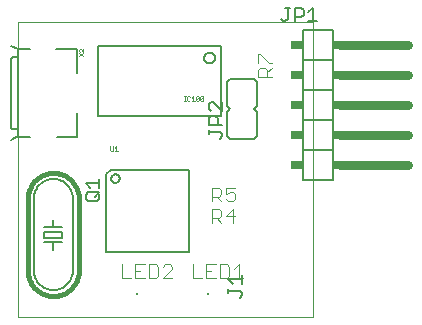
<source format=gto>
G75*
G70*
%OFA0B0*%
%FSLAX24Y24*%
%IPPOS*%
%LPD*%
%AMOC8*
5,1,8,0,0,1.08239X$1,22.5*
%
%ADD10C,0.0000*%
%ADD11C,0.0060*%
%ADD12C,0.0010*%
%ADD13C,0.0160*%
%ADD14C,0.0050*%
%ADD15C,0.0300*%
%ADD16R,0.0200X0.0300*%
%ADD17R,0.0400X0.0300*%
%ADD18C,0.0040*%
%ADD19R,0.0079X0.0079*%
D10*
X000363Y000479D02*
X000363Y010322D01*
X010205Y010322D01*
X010205Y000479D01*
X000363Y000479D01*
D11*
X000894Y002035D02*
X000894Y004435D01*
X000896Y004485D01*
X000902Y004534D01*
X000911Y004583D01*
X000924Y004631D01*
X000941Y004678D01*
X000961Y004723D01*
X000985Y004767D01*
X001012Y004809D01*
X001043Y004849D01*
X001076Y004886D01*
X001112Y004920D01*
X001150Y004952D01*
X001191Y004981D01*
X001233Y005006D01*
X001278Y005028D01*
X001324Y005047D01*
X001372Y005062D01*
X001420Y005073D01*
X001469Y005081D01*
X001519Y005085D01*
X001569Y005085D01*
X001619Y005081D01*
X001668Y005073D01*
X001716Y005062D01*
X001764Y005047D01*
X001810Y005028D01*
X001855Y005006D01*
X001897Y004981D01*
X001938Y004952D01*
X001976Y004920D01*
X002012Y004886D01*
X002045Y004849D01*
X002076Y004809D01*
X002103Y004767D01*
X002127Y004723D01*
X002147Y004678D01*
X002164Y004631D01*
X002177Y004583D01*
X002186Y004534D01*
X002192Y004485D01*
X002194Y004435D01*
X002194Y002035D01*
X002192Y001985D01*
X002186Y001936D01*
X002177Y001887D01*
X002164Y001839D01*
X002147Y001792D01*
X002127Y001747D01*
X002103Y001703D01*
X002076Y001661D01*
X002045Y001621D01*
X002012Y001584D01*
X001976Y001550D01*
X001938Y001518D01*
X001897Y001489D01*
X001855Y001464D01*
X001810Y001442D01*
X001764Y001423D01*
X001716Y001408D01*
X001668Y001397D01*
X001619Y001389D01*
X001569Y001385D01*
X001519Y001385D01*
X001469Y001389D01*
X001420Y001397D01*
X001372Y001408D01*
X001324Y001423D01*
X001278Y001442D01*
X001233Y001464D01*
X001191Y001489D01*
X001150Y001518D01*
X001112Y001550D01*
X001076Y001584D01*
X001043Y001621D01*
X001012Y001661D01*
X000985Y001703D01*
X000961Y001747D01*
X000941Y001792D01*
X000924Y001839D01*
X000911Y001887D01*
X000902Y001936D01*
X000896Y001985D01*
X000894Y002035D01*
X001544Y002735D02*
X001544Y002985D01*
X001244Y002985D01*
X001244Y003135D02*
X001244Y003335D01*
X001844Y003335D01*
X001844Y003135D01*
X001244Y003135D01*
X001544Y002985D02*
X001844Y002985D01*
X001844Y003485D02*
X001544Y003485D01*
X001544Y003735D01*
X001544Y003485D02*
X001244Y003485D01*
X003313Y002643D02*
X003313Y005263D01*
X003453Y005402D01*
X006073Y005402D01*
X006073Y002643D01*
X003313Y002643D01*
X003472Y005103D02*
X003474Y005126D01*
X003480Y005149D01*
X003489Y005170D01*
X003502Y005190D01*
X003518Y005207D01*
X003536Y005221D01*
X003556Y005232D01*
X003578Y005240D01*
X003601Y005244D01*
X003625Y005244D01*
X003648Y005240D01*
X003670Y005232D01*
X003690Y005221D01*
X003708Y005207D01*
X003724Y005190D01*
X003737Y005170D01*
X003746Y005149D01*
X003752Y005126D01*
X003754Y005103D01*
X003752Y005080D01*
X003746Y005057D01*
X003737Y005036D01*
X003724Y005016D01*
X003708Y004999D01*
X003690Y004985D01*
X003670Y004974D01*
X003648Y004966D01*
X003625Y004962D01*
X003601Y004962D01*
X003578Y004966D01*
X003556Y004974D01*
X003536Y004985D01*
X003518Y004999D01*
X003502Y005016D01*
X003489Y005036D01*
X003480Y005057D01*
X003474Y005080D01*
X003472Y005103D01*
X003040Y007202D02*
X003040Y009505D01*
X007134Y009505D01*
X007134Y007202D01*
X003040Y007202D01*
X006570Y009121D02*
X006572Y009147D01*
X006578Y009173D01*
X006587Y009198D01*
X006600Y009221D01*
X006616Y009242D01*
X006635Y009260D01*
X006657Y009276D01*
X006680Y009288D01*
X006705Y009296D01*
X006731Y009301D01*
X006758Y009302D01*
X006784Y009299D01*
X006809Y009292D01*
X006834Y009282D01*
X006856Y009268D01*
X006877Y009251D01*
X006894Y009232D01*
X006909Y009210D01*
X006920Y009186D01*
X006928Y009160D01*
X006932Y009134D01*
X006932Y009108D01*
X006928Y009082D01*
X006920Y009056D01*
X006909Y009032D01*
X006894Y009010D01*
X006877Y008991D01*
X006856Y008974D01*
X006834Y008960D01*
X006809Y008950D01*
X006784Y008943D01*
X006758Y008940D01*
X006731Y008941D01*
X006705Y008946D01*
X006680Y008954D01*
X006657Y008966D01*
X006635Y008982D01*
X006616Y009000D01*
X006600Y009021D01*
X006587Y009044D01*
X006578Y009069D01*
X006572Y009095D01*
X006570Y009121D01*
X007343Y008308D02*
X007443Y008408D01*
X008243Y008408D01*
X008343Y008308D01*
X008343Y007508D01*
X008243Y007408D01*
X008343Y007308D01*
X008343Y006508D01*
X008243Y006408D01*
X007443Y006408D01*
X007343Y006508D01*
X007343Y007308D01*
X007443Y007408D01*
X007343Y007508D01*
X007343Y008308D01*
X009849Y008066D02*
X009849Y007066D01*
X009849Y006066D01*
X009849Y005066D01*
X010849Y005066D01*
X010849Y006066D01*
X010849Y007066D01*
X010849Y008066D01*
X010849Y009066D01*
X010849Y010066D01*
X009849Y010066D01*
X009849Y009066D01*
X009849Y008066D01*
X010849Y008066D01*
X010849Y009066D02*
X009849Y009066D01*
X009849Y007066D02*
X010849Y007066D01*
X010849Y006066D02*
X009849Y006066D01*
D12*
X006545Y007723D02*
X006520Y007698D01*
X006470Y007698D01*
X006445Y007723D01*
X006545Y007823D01*
X006545Y007723D01*
X006445Y007723D02*
X006445Y007823D01*
X006470Y007848D01*
X006520Y007848D01*
X006545Y007823D01*
X006398Y007823D02*
X006398Y007723D01*
X006373Y007698D01*
X006322Y007698D01*
X006297Y007723D01*
X006398Y007823D01*
X006373Y007848D01*
X006322Y007848D01*
X006297Y007823D01*
X006297Y007723D01*
X006250Y007698D02*
X006150Y007698D01*
X006200Y007698D02*
X006200Y007848D01*
X006150Y007798D01*
X006103Y007823D02*
X006078Y007848D01*
X006028Y007848D01*
X006003Y007823D01*
X006003Y007723D01*
X006028Y007698D01*
X006078Y007698D01*
X006103Y007723D01*
X005955Y007698D02*
X005905Y007698D01*
X005930Y007698D02*
X005930Y007848D01*
X005905Y007848D02*
X005955Y007848D01*
X003696Y006028D02*
X003596Y006028D01*
X003646Y006028D02*
X003646Y006178D01*
X003596Y006128D01*
X003548Y006178D02*
X003548Y006053D01*
X003523Y006028D01*
X003473Y006028D01*
X003448Y006053D01*
X003448Y006178D01*
X002545Y009188D02*
X002405Y009282D01*
X002428Y009326D02*
X002405Y009350D01*
X002405Y009397D01*
X002428Y009420D01*
X002452Y009420D01*
X002545Y009326D01*
X002545Y009420D01*
X002545Y009282D02*
X002405Y009188D01*
D13*
X002394Y004435D02*
X002394Y002035D01*
X002392Y001978D01*
X002386Y001922D01*
X002377Y001866D01*
X002364Y001810D01*
X002347Y001756D01*
X002327Y001703D01*
X002303Y001652D01*
X002275Y001602D01*
X002245Y001554D01*
X002211Y001508D01*
X002174Y001465D01*
X002135Y001424D01*
X002093Y001386D01*
X002048Y001351D01*
X002001Y001319D01*
X001952Y001290D01*
X001902Y001264D01*
X001849Y001242D01*
X001796Y001223D01*
X001741Y001208D01*
X001685Y001197D01*
X001629Y001189D01*
X001572Y001185D01*
X001516Y001185D01*
X001459Y001189D01*
X001403Y001197D01*
X001347Y001208D01*
X001292Y001223D01*
X001239Y001242D01*
X001186Y001264D01*
X001136Y001290D01*
X001087Y001319D01*
X001040Y001351D01*
X000995Y001386D01*
X000953Y001424D01*
X000914Y001465D01*
X000877Y001508D01*
X000843Y001554D01*
X000813Y001602D01*
X000785Y001652D01*
X000761Y001703D01*
X000741Y001756D01*
X000724Y001810D01*
X000711Y001866D01*
X000702Y001922D01*
X000696Y001978D01*
X000694Y002035D01*
X000694Y004435D01*
X000696Y004492D01*
X000702Y004548D01*
X000711Y004604D01*
X000724Y004660D01*
X000741Y004714D01*
X000761Y004767D01*
X000785Y004818D01*
X000813Y004868D01*
X000843Y004916D01*
X000877Y004962D01*
X000914Y005005D01*
X000953Y005046D01*
X000995Y005084D01*
X001040Y005119D01*
X001087Y005151D01*
X001136Y005180D01*
X001186Y005206D01*
X001239Y005228D01*
X001292Y005247D01*
X001347Y005262D01*
X001403Y005273D01*
X001459Y005281D01*
X001516Y005285D01*
X001572Y005285D01*
X001629Y005281D01*
X001685Y005273D01*
X001741Y005262D01*
X001796Y005247D01*
X001849Y005228D01*
X001902Y005206D01*
X001952Y005180D01*
X002001Y005151D01*
X002048Y005119D01*
X002093Y005084D01*
X002135Y005046D01*
X002174Y005005D01*
X002211Y004962D01*
X002245Y004916D01*
X002275Y004868D01*
X002303Y004818D01*
X002327Y004767D01*
X002347Y004714D01*
X002364Y004660D01*
X002377Y004604D01*
X002386Y004548D01*
X002392Y004492D01*
X002394Y004435D01*
D14*
X002618Y004414D02*
X002618Y004565D01*
X002693Y004640D01*
X002994Y004640D01*
X003069Y004565D01*
X003069Y004414D01*
X002994Y004339D01*
X002693Y004339D01*
X002618Y004414D01*
X002919Y004490D02*
X003069Y004640D01*
X003069Y004800D02*
X003069Y005100D01*
X003069Y004950D02*
X002618Y004950D01*
X002769Y004800D01*
X002331Y006499D02*
X002331Y006503D01*
X002331Y007302D01*
X002331Y006503D02*
X001650Y006503D01*
X000768Y006503D02*
X000363Y006503D01*
X000365Y006499D01*
X000363Y006503D02*
X000363Y006739D01*
X000203Y006739D01*
X000185Y006745D01*
X000169Y006753D01*
X000154Y006765D01*
X000142Y006779D01*
X000133Y006795D01*
X000127Y006813D01*
X000125Y006831D01*
X000126Y006850D01*
X000126Y006849D02*
X000126Y007960D01*
X000126Y009070D01*
X000127Y009085D01*
X000132Y009100D01*
X000139Y009113D01*
X000149Y009124D01*
X000162Y009133D01*
X000176Y009139D01*
X000191Y009141D01*
X000363Y009141D01*
X000363Y009416D01*
X000768Y009416D01*
X000376Y009410D02*
X000128Y009534D01*
X000363Y009141D02*
X000363Y006739D01*
X000373Y006507D02*
X000128Y006387D01*
X000128Y007950D02*
X000126Y007953D01*
X000125Y007956D01*
X000126Y007960D01*
X001648Y009416D02*
X002331Y009416D01*
X002331Y008617D01*
X006718Y007579D02*
X006718Y007429D01*
X006793Y007354D01*
X006793Y007194D02*
X006943Y007194D01*
X007018Y007119D01*
X007018Y006894D01*
X007168Y006894D02*
X006718Y006894D01*
X006718Y007119D01*
X006793Y007194D01*
X007168Y007354D02*
X006868Y007654D01*
X006793Y007654D01*
X006718Y007579D01*
X007168Y007654D02*
X007168Y007354D01*
X007093Y006659D02*
X006718Y006659D01*
X006718Y006584D02*
X006718Y006734D01*
X007093Y006659D02*
X007168Y006584D01*
X007168Y006508D01*
X007093Y006433D01*
X009199Y010341D02*
X009274Y010341D01*
X009349Y010416D01*
X009349Y010791D01*
X009274Y010791D02*
X009424Y010791D01*
X009584Y010791D02*
X009810Y010791D01*
X009885Y010716D01*
X009885Y010566D01*
X009810Y010491D01*
X009584Y010491D01*
X009584Y010341D02*
X009584Y010791D01*
X010045Y010641D02*
X010195Y010791D01*
X010195Y010341D01*
X010045Y010341D02*
X010345Y010341D01*
X009199Y010341D02*
X009124Y010416D01*
X007828Y001891D02*
X007828Y001591D01*
X007828Y001741D02*
X007377Y001741D01*
X007528Y001591D01*
X007377Y001431D02*
X007377Y001280D01*
X007377Y001355D02*
X007753Y001355D01*
X007828Y001280D01*
X007828Y001205D01*
X007753Y001130D01*
D15*
X011099Y005566D02*
X013349Y005566D01*
X013349Y006566D02*
X011099Y006566D01*
X011099Y007566D02*
X013349Y007566D01*
X013349Y008566D02*
X011099Y008566D01*
X011099Y009566D02*
X013349Y009566D01*
D16*
X010949Y009566D03*
X010949Y008566D03*
X010949Y007566D03*
X010949Y006566D03*
X010949Y005566D03*
D17*
X009649Y005566D03*
X009649Y006566D03*
X009649Y007566D03*
X009649Y008566D03*
X009649Y009566D03*
D18*
X008823Y008950D02*
X008746Y008950D01*
X008439Y009257D01*
X008363Y009257D01*
X008363Y008950D01*
X008439Y008797D02*
X008593Y008797D01*
X008670Y008720D01*
X008670Y008490D01*
X008823Y008490D02*
X008363Y008490D01*
X008363Y008720D01*
X008439Y008797D01*
X008670Y008643D02*
X008823Y008797D01*
X007605Y004802D02*
X007298Y004802D01*
X007298Y004572D01*
X007452Y004649D01*
X007528Y004649D01*
X007605Y004572D01*
X007605Y004419D01*
X007528Y004342D01*
X007375Y004342D01*
X007298Y004419D01*
X007145Y004342D02*
X006991Y004495D01*
X007068Y004495D02*
X006838Y004495D01*
X006838Y004342D02*
X006838Y004802D01*
X007068Y004802D01*
X007145Y004725D01*
X007145Y004572D01*
X007068Y004495D01*
X007068Y004094D02*
X006838Y004094D01*
X006838Y003633D01*
X006838Y003787D02*
X007068Y003787D01*
X007145Y003863D01*
X007145Y004017D01*
X007068Y004094D01*
X006991Y003787D02*
X007145Y003633D01*
X007298Y003863D02*
X007605Y003863D01*
X007528Y003633D02*
X007528Y004094D01*
X007298Y003863D01*
X007333Y002247D02*
X007103Y002247D01*
X007103Y001787D01*
X007333Y001787D01*
X007410Y001863D01*
X007410Y002170D01*
X007333Y002247D01*
X007563Y002094D02*
X007717Y002247D01*
X007717Y001787D01*
X007870Y001787D02*
X007563Y001787D01*
X006949Y001787D02*
X006642Y001787D01*
X006642Y002247D01*
X006949Y002247D01*
X006796Y002017D02*
X006642Y002017D01*
X006489Y001787D02*
X006182Y001787D01*
X006182Y002247D01*
X005508Y002170D02*
X005508Y002094D01*
X005201Y001787D01*
X005508Y001787D01*
X005508Y002170D02*
X005431Y002247D01*
X005278Y002247D01*
X005201Y002170D01*
X005047Y002170D02*
X004971Y002247D01*
X004740Y002247D01*
X004740Y001787D01*
X004971Y001787D01*
X005047Y001863D01*
X005047Y002170D01*
X004587Y002247D02*
X004280Y002247D01*
X004280Y001787D01*
X004587Y001787D01*
X004434Y002017D02*
X004280Y002017D01*
X004127Y001787D02*
X003820Y001787D01*
X003820Y002247D01*
D19*
X004339Y001267D03*
X006701Y001267D03*
M02*

</source>
